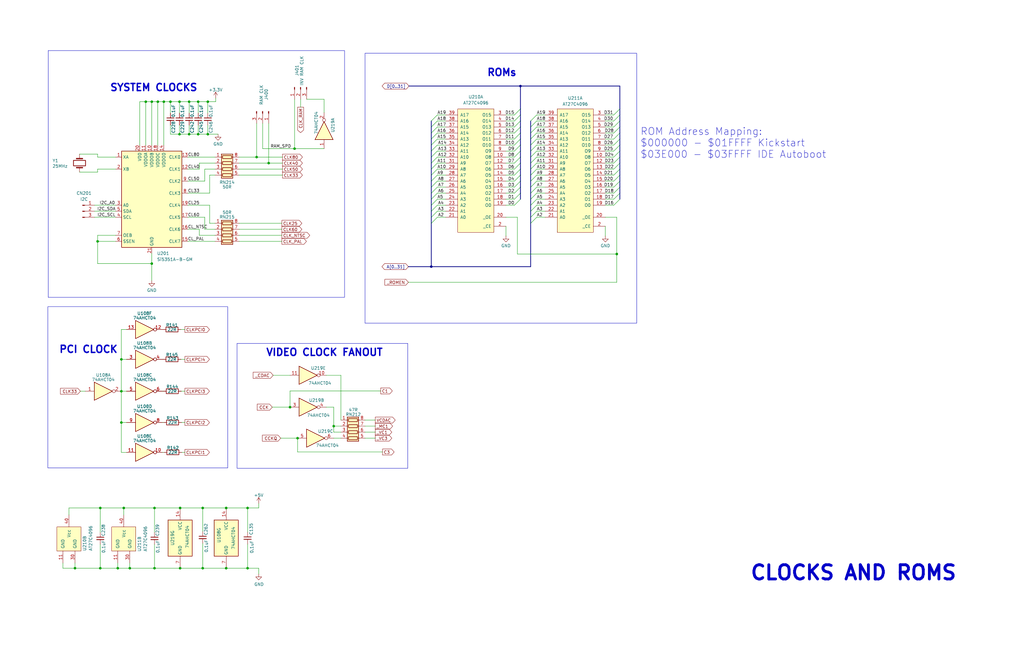
<source format=kicad_sch>
(kicad_sch (version 20230121) (generator eeschema)
  (paper "B")
  (title_block (title "AMIGA PCI") (date "2024-01-06") (rev "1.0"))
  (lib_symbols
    (symbol "74xx:74LS04"
      (property "Reference" "U" (at 0 1.27 0))
      (property "Value" "74LS04" (at 0 -1.27 0))
      (symbol "74LS04_1_0"
        (pin input line (at -7.62 0 0) (length 3.81) (name "~") (number "1"))
        (pin output inverted (at 7.62 0 180) (length 3.81) (name "~") (number "2"))
      )
      (symbol "74LS04_2_0"
        (pin input line (at -7.62 0 0) (length 3.81) (name "~") (number "3"))
        (pin output inverted (at 7.62 0 180) (length 3.81) (name "~") (number "4"))
      )
      (symbol "74LS04_3_0"
        (pin input line (at -7.62 0 0) (length 3.81) (name "~") (number "5"))
        (pin output inverted (at 7.62 0 180) (length 3.81) (name "~") (number "6"))
      )
      (symbol "74LS04_4_0"
        (pin output inverted (at 7.62 0 180) (length 3.81) (name "~") (number "8"))
        (pin input line (at -7.62 0 0) (length 3.81) (name "~") (number "9"))
      )
      (symbol "74LS04_5_0"
        (pin output inverted (at 7.62 0 180) (length 3.81) (name "~") (number "10"))
        (pin input line (at -7.62 0 0) (length 3.81) (name "~") (number "11"))
      )
      (symbol "74LS04_6_0"
        (pin output inverted (at 7.62 0 180) (length 3.81) (name "~") (number "12"))
        (pin input line (at -7.62 0 0) (length 3.81) (name "~") (number "13"))
      )
      (symbol "74LS04_7_0"
        (pin power_in line (at 0 12.7 270) (length 5.08) (name "VCC") (number "14"))
        (pin power_in line (at 0 -12.7 90) (length 5.08) (name "GND") (number "7"))
      )
    )
    (symbol "AmigaPCI-Symbols:AT27C4096" (pin_names (offset 1.016))
      (property "Reference" "U" (at 0 24.13 0))
      (property "Value" "AT27C4096" (at 0 21.59 0))
      (symbol "AT27C4096_1_1"
        (pin input line (at 12.7 0 180) (length 5.08) (name "O8") (number "10"))
        (pin input line (at 12.7 -2.54 180) (length 5.08) (name "O7") (number "12"))
        (pin input line (at 12.7 -5.08 180) (length 5.08) (name "O6") (number "13"))
        (pin input line (at 12.7 -7.62 180) (length 5.08) (name "O5") (number "14"))
        (pin input line (at 12.7 -10.16 180) (length 5.08) (name "O4") (number "15"))
        (pin input line (at 12.7 -12.7 180) (length 5.08) (name "O3") (number "16"))
        (pin input line (at 12.7 -15.24 180) (length 5.08) (name "O2") (number "17"))
        (pin input line (at 12.7 -17.78 180) (length 5.08) (name "O1") (number "18"))
        (pin input line (at 12.7 -20.32 180) (length 5.08) (name "O0") (number "19"))
        (pin input line (at 12.7 -29.21 180) (length 5.08) (name "_CE") (number "2"))
        (pin input line (at 12.7 -25.4 180) (length 5.08) (name "_OE") (number "20"))
        (pin input line (at -12.7 -25.4 0) (length 5.08) (name "A0") (number "21"))
        (pin input line (at -12.7 -22.86 0) (length 5.08) (name "A1") (number "22"))
        (pin input line (at -12.7 -20.32 0) (length 5.08) (name "A2") (number "23"))
        (pin input line (at -12.7 -17.78 0) (length 5.08) (name "A3") (number "24"))
        (pin input line (at -12.7 -15.24 0) (length 5.08) (name "A4") (number "25"))
        (pin input line (at -12.7 -12.7 0) (length 5.08) (name "A5") (number "26"))
        (pin input line (at -12.7 -10.16 0) (length 5.08) (name "A6") (number "27"))
        (pin input line (at -12.7 -7.62 0) (length 5.08) (name "A7") (number "28"))
        (pin input line (at -12.7 -5.08 0) (length 5.08) (name "A8") (number "29"))
        (pin input line (at 12.7 17.78 180) (length 5.08) (name "O15") (number "3"))
        (pin input line (at -12.7 -2.54 0) (length 5.08) (name "A9") (number "31"))
        (pin input line (at -12.7 0 0) (length 5.08) (name "A10") (number "32"))
        (pin input line (at -12.7 2.54 0) (length 5.08) (name "A11") (number "33"))
        (pin input line (at -12.7 5.08 0) (length 5.08) (name "A12") (number "34"))
        (pin input line (at -12.7 7.62 0) (length 5.08) (name "A13") (number "35"))
        (pin input line (at -12.7 10.16 0) (length 5.08) (name "A14") (number "36"))
        (pin input line (at -12.7 12.7 0) (length 5.08) (name "A15") (number "37"))
        (pin input line (at -12.7 15.24 0) (length 5.08) (name "A16") (number "38"))
        (pin input line (at -12.7 17.78 0) (length 5.08) (name "A17") (number "39"))
        (pin input line (at 12.7 15.24 180) (length 5.08) (name "O14") (number "4"))
        (pin input line (at 12.7 12.7 180) (length 5.08) (name "O13") (number "5"))
        (pin input line (at 12.7 10.16 180) (length 5.08) (name "O12") (number "6"))
        (pin input line (at 12.7 7.62 180) (length 5.08) (name "O11") (number "7"))
        (pin input line (at 12.7 5.08 180) (length 5.08) (name "O10") (number "8"))
        (pin input line (at 12.7 2.54 180) (length 5.08) (name "O9") (number "9"))
      )
      (symbol "AT27C4096_2_1"
        (pin power_in line (at -2.54 -10.16 90) (length 5.08) (name "GND") (number "11"))
        (pin power_in line (at 2.54 -10.16 90) (length 5.08) (name "GND") (number "30"))
        (pin power_in line (at 0 10.16 270) (length 5.08) (name "Vcc") (number "40"))
      )
    )
    (symbol "Connector:Conn_01x03_Pin" (pin_names (offset 1.016) hide)
      (property "Reference" "J" (at 0 5.08 0))
      (property "Value" "Conn_01x03_Pin" (at 0 -5.08 0))
      (symbol "Conn_01x03_Pin_1_1"
        (pin passive line (at 5.08 2.54 180) (length 3.81) (name "Pin_1") (number "1"))
        (pin passive line (at 5.08 0 180) (length 3.81) (name "Pin_2") (number "2"))
        (pin passive line (at 5.08 -2.54 180) (length 3.81) (name "Pin_3") (number "3"))
      )
    )
    (symbol "Device:C_Small" (pin_numbers hide) (pin_names (offset 0.254) hide)
      (property "Reference" "C" (at 0.254 1.778 0))
      (property "Value" "C_Small" (at 0.254 -2.032 0))
      (symbol "C_Small_1_1"
        (pin passive line (at 0 2.54 270) (length 2.032) (name "~") (number "1"))
        (pin passive line (at 0 -2.54 90) (length 2.032) (name "~") (number "2"))
      )
    )
    (symbol "Device:Crystal" (pin_numbers hide) (pin_names (offset 1.016) hide)
      (property "Reference" "Y" (at 0 3.81 0))
      (property "Value" "Crystal" (at 0 -3.81 0))
      (symbol "Crystal_1_1"
        (pin passive line (at -3.81 0 0) (length 1.27) (name "1") (number "1"))
        (pin passive line (at 3.81 0 180) (length 1.27) (name "2") (number "2"))
      )
    )
    (symbol "Device:R" (pin_numbers hide) (pin_names (offset 0))
      (property "Reference" "R" (at 2.032 0 90))
      (property "Value" "R" (at 0 0 90))
      (symbol "R_1_1"
        (pin passive line (at 0 3.81 270) (length 1.27) (name "~") (number "1"))
        (pin passive line (at 0 -3.81 90) (length 1.27) (name "~") (number "2"))
      )
    )
    (symbol "Device:R_Pack04" (pin_names (offset 0) hide)
      (property "Reference" "RN" (at -7.62 0 90))
      (property "Value" "R_Pack04" (at 5.08 0 90))
      (symbol "R_Pack04_1_1"
        (pin passive line (at -5.08 -5.08 90) (length 2.54) (name "R1.1") (number "1"))
        (pin passive line (at -2.54 -5.08 90) (length 2.54) (name "R2.1") (number "2"))
        (pin passive line (at 0 -5.08 90) (length 2.54) (name "R3.1") (number "3"))
        (pin passive line (at 2.54 -5.08 90) (length 2.54) (name "R4.1") (number "4"))
        (pin passive line (at 2.54 5.08 270) (length 2.54) (name "R4.2") (number "5"))
        (pin passive line (at 0 5.08 270) (length 2.54) (name "R3.2") (number "6"))
        (pin passive line (at -2.54 5.08 270) (length 2.54) (name "R2.2") (number "7"))
        (pin passive line (at -5.08 5.08 270) (length 2.54) (name "R1.2") (number "8"))
      )
    )
    (symbol "Oscillator:Si5351A-B-GM"
      (property "Reference" "U" (at -12.7 21.59 0))
      (property "Value" "Si5351A-B-GM" (at -13.97 -22.86 0))
      (symbol "Si5351A-B-GM_1_1"
        (pin input line (at -15.24 17.78 0) (length 2.54) (name "XA") (number "1"))
        (pin power_in line (at 0 22.86 270) (length 2.54) (name "VDDOB") (number "10"))
        (pin power_in line (at -2.54 22.86 270) (length 2.54) (name "VDDOA") (number "11"))
        (pin output line (at 15.24 12.7 180) (length 2.54) (name "CLK1") (number "12"))
        (pin output line (at 15.24 17.78 180) (length 2.54) (name "CLK0") (number "13"))
        (pin power_in line (at 5.08 22.86 270) (length 2.54) (name "VDDOD") (number "14"))
        (pin output line (at 15.24 -17.78 180) (length 2.54) (name "CLK7") (number "15"))
        (pin output line (at 15.24 -12.7 180) (length 2.54) (name "CLK6") (number "16"))
        (pin output line (at 15.24 -7.62 180) (length 2.54) (name "CLK5") (number "17"))
        (pin power_in line (at 2.54 22.86 270) (length 2.54) (name "VDDOC") (number "18"))
        (pin output line (at 15.24 -2.54 180) (length 2.54) (name "CLK4") (number "19"))
        (pin input line (at -15.24 12.7 0) (length 2.54) (name "XB") (number "2"))
        (pin power_in line (at -5.08 22.86 270) (length 2.54) (name "VDD") (number "20"))
        (pin power_in line (at 0 -22.86 90) (length 2.54) (name "GND") (number "21"))
        (pin input line (at -15.24 -2.54 0) (length 2.54) (name "A0") (number "3"))
        (pin input line (at -15.24 -7.62 0) (length 2.54) (name "SCL") (number "4"))
        (pin bidirectional line (at -15.24 -5.08 0) (length 2.54) (name "SDA") (number "5"))
        (pin input line (at -15.24 -17.78 0) (length 2.54) (name "SSEN") (number "6"))
        (pin input line (at -15.24 -15.24 0) (length 2.54) (name "OEB") (number "7"))
        (pin output line (at 15.24 2.54 180) (length 2.54) (name "CLK3") (number "8"))
        (pin output line (at 15.24 7.62 180) (length 2.54) (name "CLK2") (number "9"))
      )
    )
    (symbol "power:+3.3V" (power) (pin_names (offset 0))
      (property "Value" "+3.3V" (at 0 3.556 0))
      (symbol "+3.3V_1_1"
        (pin power_in line (at 0 0 90) (length 0) hide (name "+3.3V") (number "1"))
      )
    )
    (symbol "power:+5V" (power) (pin_names (offset 0))
      (property "Value" "+5V" (at 0 3.556 0))
      (symbol "+5V_1_1"
        (pin power_in line (at 0 0 90) (length 0) hide (name "+5V") (number "1"))
      )
    )
    (symbol "power:GND" (power) (pin_names (offset 0))
      (property "Value" "GND" (at 0 -3.81 0))
      (symbol "GND_1_1"
        (pin power_in line (at 0 0 270) (length 0) hide (name "GND") (number "1"))
      )
    )
  )
  (junction (at 69.088 42.926))
  (junction (at 83.566 42.926))
  (junction (at 61.468 42.926))
  (junction (at 95.377 214.376))
  (junction (at 75.692 42.926))
  (junction (at 65.151 214.376))
  (junction (at 31.623 239.776))
  (junction (at 71.882 42.926))
  (junction (at 125.476 184.912))
  (junction (at 42.291 239.776))
  (junction (at 87.63 42.926))
  (junction (at 260.096 107.188))
  (junction (at 181.864 112.522))
  (junction (at 104.394 239.776))
  (junction (at 75.946 214.376))
  (junction (at 95.377 239.776))
  (junction (at 66.548 42.926))
  (junction (at 79.756 42.926))
  (junction (at 85.471 214.376))
  (junction (at 51.181 165.1))
  (junction (at 75.692 56.642))
  (junction (at 79.756 56.642))
  (junction (at 83.566 56.642))
  (junction (at 108.204 66.294))
  (junction (at 87.63 56.642))
  (junction (at 85.471 239.776))
  (junction (at 51.181 151.638))
  (junction (at 49.657 239.776))
  (junction (at 122.301 171.831))
  (junction (at 65.151 239.776))
  (junction (at 42.291 214.376))
  (junction (at 219.456 36.322))
  (junction (at 64.008 42.926))
  (junction (at 113.284 68.834))
  (junction (at 104.394 214.376))
  (junction (at 52.197 214.376))
  (junction (at 51.181 178.308))
  (junction (at 54.737 239.776))
  (junction (at 140.716 179.832))
  (junction (at 41.148 101.854))
  (junction (at 124.206 62.738))
  (junction (at 64.008 111.252))
  (junction (at 75.946 239.776))
  (bus_entry (at 216.916 66.294) (size 2.54 -2.54))
  (bus_entry (at 226.314 86.614) (size -2.54 2.54))
  (bus_entry (at 258.826 81.534) (size 2.54 -2.54))
  (bus_entry (at 226.314 66.294) (size -2.54 2.54))
  (bus_entry (at 216.916 68.834) (size 2.54 -2.54))
  (bus_entry (at 216.916 76.454) (size 2.54 -2.54))
  (bus_entry (at 184.404 78.994) (size -2.54 2.54))
  (bus_entry (at 226.314 78.994) (size -2.54 2.54))
  (bus_entry (at 184.404 76.454) (size -2.54 2.54))
  (bus_entry (at 184.404 86.614) (size -2.54 2.54))
  (bus_entry (at 216.916 53.594) (size 2.54 -2.54))
  (bus_entry (at 226.314 68.834) (size -2.54 2.54))
  (bus_entry (at 258.826 76.454) (size 2.54 -2.54))
  (bus_entry (at 184.404 56.134) (size -2.54 2.54))
  (bus_entry (at 226.314 58.674) (size -2.54 2.54))
  (bus_entry (at 216.916 58.674) (size 2.54 -2.54))
  (bus_entry (at 226.314 61.214) (size -2.54 2.54))
  (bus_entry (at 226.314 84.074) (size -2.54 2.54))
  (bus_entry (at 226.314 73.914) (size -2.54 2.54))
  (bus_entry (at 258.826 78.994) (size 2.54 -2.54))
  (bus_entry (at 184.404 63.754) (size -2.54 2.54))
  (bus_entry (at 216.916 56.134) (size 2.54 -2.54))
  (bus_entry (at 184.404 66.294) (size -2.54 2.54))
  (bus_entry (at 258.826 51.054) (size 2.54 -2.54))
  (bus_entry (at 184.404 84.074) (size -2.54 2.54))
  (bus_entry (at 216.916 78.994) (size 2.54 -2.54))
  (bus_entry (at 184.404 48.514) (size -2.54 2.54))
  (bus_entry (at 226.314 91.694) (size -2.54 2.54))
  (bus_entry (at 184.404 53.594) (size -2.54 2.54))
  (bus_entry (at 226.314 51.054) (size -2.54 2.54))
  (bus_entry (at 216.916 51.054) (size 2.54 -2.54))
  (bus_entry (at 216.916 84.074) (size 2.54 -2.54))
  (bus_entry (at 184.404 91.694) (size -2.54 2.54))
  (bus_entry (at 258.826 84.074) (size 2.54 -2.54))
  (bus_entry (at 184.404 68.834) (size -2.54 2.54))
  (bus_entry (at 258.826 58.674) (size 2.54 -2.54))
  (bus_entry (at 184.404 81.534) (size -2.54 2.54))
  (bus_entry (at 258.826 61.214) (size 2.54 -2.54))
  (bus_entry (at 226.314 63.754) (size -2.54 2.54))
  (bus_entry (at 226.314 89.154) (size -2.54 2.54))
  (bus_entry (at 216.916 48.514) (size 2.54 -2.54))
  (bus_entry (at 216.916 63.754) (size 2.54 -2.54))
  (bus_entry (at 258.826 86.614) (size 2.54 -2.54))
  (bus_entry (at 226.314 53.594) (size -2.54 2.54))
  (bus_entry (at 258.826 68.834) (size 2.54 -2.54))
  (bus_entry (at 258.826 56.134) (size 2.54 -2.54))
  (bus_entry (at 226.314 48.514) (size -2.54 2.54))
  (bus_entry (at 184.404 61.214) (size -2.54 2.54))
  (bus_entry (at 184.404 73.914) (size -2.54 2.54))
  (bus_entry (at 216.916 61.214) (size 2.54 -2.54))
  (bus_entry (at 184.404 51.054) (size -2.54 2.54))
  (bus_entry (at 226.314 76.454) (size -2.54 2.54))
  (bus_entry (at 184.404 58.674) (size -2.54 2.54))
  (bus_entry (at 258.826 66.294) (size 2.54 -2.54))
  (bus_entry (at 184.404 89.154) (size -2.54 2.54))
  (bus_entry (at 258.826 71.374) (size 2.54 -2.54))
  (bus_entry (at 258.826 63.754) (size 2.54 -2.54))
  (bus_entry (at 226.314 56.134) (size -2.54 2.54))
  (bus_entry (at 226.314 81.534) (size -2.54 2.54))
  (bus_entry (at 258.826 53.594) (size 2.54 -2.54))
  (bus_entry (at 216.916 71.374) (size 2.54 -2.54))
  (bus_entry (at 226.314 71.374) (size -2.54 2.54))
  (bus_entry (at 258.826 73.914) (size 2.54 -2.54))
  (bus_entry (at 184.404 71.374) (size -2.54 2.54))
  (bus_entry (at 216.916 73.914) (size 2.54 -2.54))
  (bus_entry (at 258.826 48.514) (size 2.54 -2.54))
  (bus_entry (at 216.916 86.614) (size 2.54 -2.54))
  (bus_entry (at 216.916 81.534) (size 2.54 -2.54))
  (bus (pts (xy 181.864 63.754) (xy 181.864 66.294)))
  (bus (pts (xy 219.456 36.322) (xy 261.366 36.322)))
  (wire (pts (xy 85.471 224.282) (xy 85.471 214.376)))
  (wire (pts (xy 64.008 42.926) (xy 64.008 61.214)))
  (wire (pts (xy 54.737 237.617) (xy 54.737 239.776)))
  (wire (pts (xy 85.471 239.776) (xy 95.377 239.776)))
  (wire (pts (xy 143.764 179.832) (xy 140.716 179.832)))
  (wire (pts (xy 76.327 139.065) (xy 77.978 139.065)))
  (wire (pts (xy 122.301 164.973) (xy 160.528 164.973)))
  (wire (pts (xy 100.838 96.774) (xy 118.872 96.774)))
  (wire (pts (xy 41.148 101.854) (xy 48.768 101.854)))
  (wire (pts (xy 41.148 71.374) (xy 41.148 72.644)))
  (bus (pts (xy 181.864 56.134) (xy 181.864 58.674)))
  (bus (pts (xy 223.774 68.834) (xy 223.774 71.374)))
  (bus (pts (xy 172.212 112.522) (xy 181.864 112.522)))
  (wire (pts (xy 64.008 111.252) (xy 41.148 111.252)))
  (wire (pts (xy 65.151 214.376) (xy 75.946 214.376)))
  (wire (pts (xy 229.87 91.694) (xy 226.314 91.694)))
  (wire (pts (xy 255.27 61.214) (xy 258.826 61.214)))
  (wire (pts (xy 41.148 66.294) (xy 41.148 65.024)))
  (wire (pts (xy 229.87 68.834) (xy 226.314 68.834)))
  (bus (pts (xy 219.456 58.674) (xy 219.456 61.214)))
  (wire (pts (xy 140.716 179.832) (xy 140.716 182.372)))
  (wire (pts (xy 69.088 42.926) (xy 69.088 61.214)))
  (wire (pts (xy 53.34 190.881) (xy 51.181 190.881)))
  (wire (pts (xy 126.746 41.91) (xy 126.746 45.212)))
  (wire (pts (xy 29.083 214.376) (xy 42.291 214.376)))
  (wire (pts (xy 153.924 179.832) (xy 158.242 179.832)))
  (bus (pts (xy 181.864 112.522) (xy 223.774 112.522)))
  (wire (pts (xy 61.468 42.926) (xy 64.008 42.926)))
  (bus (pts (xy 261.366 58.674) (xy 261.366 61.214)))
  (wire (pts (xy 187.96 56.134) (xy 184.404 56.134)))
  (wire (pts (xy 65.151 229.743) (xy 65.151 239.776)))
  (wire (pts (xy 75.692 47.752) (xy 75.692 42.926)))
  (wire (pts (xy 255.27 58.674) (xy 258.826 58.674)))
  (wire (pts (xy 75.946 214.376) (xy 85.471 214.376)))
  (bus (pts (xy 181.864 94.234) (xy 181.864 112.522)))
  (wire (pts (xy 76.708 190.881) (xy 77.978 190.881)))
  (wire (pts (xy 79.248 66.294) (xy 90.678 66.294)))
  (wire (pts (xy 53.34 139.065) (xy 51.181 139.065)))
  (bus (pts (xy 181.864 73.914) (xy 181.864 76.454)))
  (wire (pts (xy 79.756 56.642) (xy 83.566 56.642)))
  (wire (pts (xy 213.36 66.294) (xy 216.916 66.294)))
  (wire (pts (xy 213.36 81.534) (xy 216.916 81.534)))
  (wire (pts (xy 39.878 91.694) (xy 48.768 91.694)))
  (bus (pts (xy 181.864 86.614) (xy 181.864 89.154)))
  (wire (pts (xy 84.074 71.374) (xy 79.248 71.374)))
  (wire (pts (xy 79.248 86.614) (xy 88.392 86.614)))
  (bus (pts (xy 223.774 53.594) (xy 223.774 56.134)))
  (wire (pts (xy 104.394 214.376) (xy 109.093 214.376)))
  (bus (pts (xy 261.366 71.374) (xy 261.366 73.914)))
  (wire (pts (xy 79.248 91.694) (xy 86.36 91.694)))
  (wire (pts (xy 229.87 51.054) (xy 226.314 51.054)))
  (bus (pts (xy 261.366 81.534) (xy 261.366 84.074)))
  (wire (pts (xy 68.58 190.881) (xy 69.088 190.881)))
  (wire (pts (xy 255.27 56.134) (xy 258.826 56.134)))
  (wire (pts (xy 49.657 239.776) (xy 54.737 239.776)))
  (bus (pts (xy 261.366 68.834) (xy 261.366 71.374)))
  (bus (pts (xy 261.366 76.454) (xy 261.366 78.994)))
  (wire (pts (xy 68.58 139.065) (xy 68.707 139.065)))
  (wire (pts (xy 90.678 71.374) (xy 86.36 71.374)))
  (wire (pts (xy 83.566 42.926) (xy 83.566 47.752)))
  (wire (pts (xy 213.36 53.594) (xy 216.916 53.594)))
  (wire (pts (xy 255.27 71.374) (xy 258.826 71.374)))
  (wire (pts (xy 213.36 68.834) (xy 216.916 68.834)))
  (wire (pts (xy 48.768 66.294) (xy 41.148 66.294)))
  (wire (pts (xy 255.27 76.454) (xy 258.826 76.454)))
  (wire (pts (xy 68.58 165.1) (xy 68.834 165.1)))
  (wire (pts (xy 65.151 214.376) (xy 65.151 224.663)))
  (wire (pts (xy 118.364 184.912) (xy 125.476 184.912)))
  (wire (pts (xy 122.301 171.831) (xy 122.301 164.973)))
  (wire (pts (xy 229.87 63.754) (xy 226.314 63.754)))
  (wire (pts (xy 41.148 99.314) (xy 48.768 99.314)))
  (wire (pts (xy 84.074 68.834) (xy 90.678 68.834)))
  (wire (pts (xy 86.36 96.774) (xy 86.36 91.694)))
  (wire (pts (xy 213.36 76.454) (xy 216.916 76.454)))
  (wire (pts (xy 110.744 62.738) (xy 124.206 62.738)))
  (wire (pts (xy 68.58 178.308) (xy 68.961 178.308)))
  (wire (pts (xy 100.838 66.294) (xy 108.204 66.294)))
  (wire (pts (xy 229.87 61.214) (xy 226.314 61.214)))
  (wire (pts (xy 115.189 158.369) (xy 122.301 158.369)))
  (wire (pts (xy 260.096 107.188) (xy 260.096 91.694)))
  (bus (pts (xy 261.366 66.294) (xy 261.366 68.834)))
  (wire (pts (xy 213.36 63.754) (xy 216.916 63.754)))
  (wire (pts (xy 52.197 214.376) (xy 65.151 214.376)))
  (bus (pts (xy 223.774 63.754) (xy 223.774 66.294)))
  (bus (pts (xy 181.864 53.594) (xy 181.864 56.134)))
  (wire (pts (xy 71.882 52.832) (xy 71.882 56.642)))
  (wire (pts (xy 71.882 42.926) (xy 75.692 42.926)))
  (bus (pts (xy 261.366 51.054) (xy 261.366 53.594)))
  (wire (pts (xy 68.58 151.638) (xy 68.707 151.638)))
  (wire (pts (xy 153.924 177.292) (xy 158.242 177.292)))
  (wire (pts (xy 187.96 91.694) (xy 184.404 91.694)))
  (bus (pts (xy 223.774 78.994) (xy 223.774 81.534)))
  (wire (pts (xy 76.581 178.308) (xy 77.978 178.308)))
  (wire (pts (xy 48.768 71.374) (xy 41.148 71.374)))
  (wire (pts (xy 229.87 66.294) (xy 226.314 66.294)))
  (wire (pts (xy 113.284 68.834) (xy 119.126 68.834)))
  (wire (pts (xy 213.36 95.504) (xy 213.36 99.568)))
  (wire (pts (xy 66.548 42.926) (xy 66.548 61.214)))
  (wire (pts (xy 104.394 229.616) (xy 104.394 239.776)))
  (bus (pts (xy 172.466 36.322) (xy 219.456 36.322)))
  (wire (pts (xy 79.248 101.854) (xy 90.678 101.854)))
  (wire (pts (xy 213.36 86.614) (xy 216.916 86.614)))
  (wire (pts (xy 255.27 48.514) (xy 258.826 48.514)))
  (wire (pts (xy 255.27 91.694) (xy 260.096 91.694)))
  (wire (pts (xy 109.093 239.776) (xy 109.093 242.189)))
  (wire (pts (xy 42.291 239.776) (xy 49.657 239.776)))
  (wire (pts (xy 213.36 51.054) (xy 216.916 51.054)))
  (wire (pts (xy 85.471 229.362) (xy 85.471 239.776)))
  (wire (pts (xy 75.692 42.926) (xy 79.756 42.926)))
  (wire (pts (xy 255.27 81.534) (xy 258.826 81.534)))
  (wire (pts (xy 213.36 48.514) (xy 216.916 48.514)))
  (bus (pts (xy 219.456 66.294) (xy 219.456 68.834)))
  (wire (pts (xy 229.87 78.994) (xy 226.314 78.994)))
  (wire (pts (xy 51.181 190.881) (xy 51.181 178.308)))
  (wire (pts (xy 213.36 84.074) (xy 216.916 84.074)))
  (wire (pts (xy 51.181 178.308) (xy 51.181 165.1)))
  (wire (pts (xy 229.87 71.374) (xy 226.314 71.374)))
  (wire (pts (xy 124.206 41.91) (xy 124.206 62.738)))
  (wire (pts (xy 255.27 53.594) (xy 258.826 53.594)))
  (wire (pts (xy 229.87 56.134) (xy 226.314 56.134)))
  (wire (pts (xy 137.541 158.369) (xy 143.764 158.369)))
  (wire (pts (xy 187.96 71.374) (xy 184.404 71.374)))
  (wire (pts (xy 33.909 165.1) (xy 35.941 165.1)))
  (bus (pts (xy 219.456 53.594) (xy 219.456 56.134)))
  (wire (pts (xy 187.96 63.754) (xy 184.404 63.754)))
  (wire (pts (xy 79.756 52.832) (xy 79.756 56.642)))
  (bus (pts (xy 181.864 81.534) (xy 181.864 84.074)))
  (bus (pts (xy 261.366 56.134) (xy 261.366 58.674)))
  (bus (pts (xy 181.864 58.674) (xy 181.864 61.214)))
  (wire (pts (xy 26.543 239.776) (xy 31.623 239.776)))
  (wire (pts (xy 140.716 179.832) (xy 140.716 171.831)))
  (bus (pts (xy 181.864 51.054) (xy 181.864 53.594)))
  (wire (pts (xy 136.652 41.91) (xy 129.286 41.91)))
  (wire (pts (xy 100.838 94.234) (xy 118.872 94.234)))
  (wire (pts (xy 79.756 42.926) (xy 83.566 42.926)))
  (wire (pts (xy 213.36 61.214) (xy 216.916 61.214)))
  (wire (pts (xy 87.63 56.642) (xy 91.948 56.642)))
  (wire (pts (xy 52.197 214.376) (xy 52.197 217.297)))
  (wire (pts (xy 100.838 101.854) (xy 118.872 101.854)))
  (wire (pts (xy 187.96 61.214) (xy 184.404 61.214)))
  (bus (pts (xy 223.774 56.134) (xy 223.774 58.674)))
  (wire (pts (xy 84.074 99.314) (xy 90.678 99.314)))
  (wire (pts (xy 84.074 68.834) (xy 84.074 71.374)))
  (wire (pts (xy 213.36 71.374) (xy 216.916 71.374)))
  (bus (pts (xy 219.456 51.054) (xy 219.456 53.594)))
  (wire (pts (xy 229.87 58.674) (xy 226.314 58.674)))
  (wire (pts (xy 69.088 42.926) (xy 71.882 42.926)))
  (wire (pts (xy 187.96 89.154) (xy 184.404 89.154)))
  (bus (pts (xy 223.774 94.234) (xy 223.774 112.522)))
  (wire (pts (xy 136.652 47.498) (xy 136.652 41.91)))
  (wire (pts (xy 86.36 71.374) (xy 86.36 76.454)))
  (wire (pts (xy 110.744 52.07) (xy 110.744 62.738)))
  (bus (pts (xy 261.366 73.914) (xy 261.366 76.454)))
  (wire (pts (xy 229.87 89.154) (xy 226.314 89.154)))
  (bus (pts (xy 223.774 71.374) (xy 223.774 73.914)))
  (wire (pts (xy 187.96 73.914) (xy 184.404 73.914)))
  (wire (pts (xy 213.36 58.674) (xy 216.916 58.674)))
  (wire (pts (xy 255.27 78.994) (xy 258.826 78.994)))
  (wire (pts (xy 64.008 111.252) (xy 64.008 118.364)))
  (wire (pts (xy 79.248 76.454) (xy 86.36 76.454)))
  (wire (pts (xy 84.074 99.314) (xy 84.074 96.774)))
  (wire (pts (xy 255.27 86.614) (xy 258.826 86.614)))
  (wire (pts (xy 113.284 52.07) (xy 113.284 68.834)))
  (bus (pts (xy 181.864 61.214) (xy 181.864 63.754)))
  (wire (pts (xy 71.882 56.642) (xy 75.692 56.642)))
  (wire (pts (xy 83.566 56.642) (xy 87.63 56.642)))
  (bus (pts (xy 181.864 68.834) (xy 181.864 71.374)))
  (wire (pts (xy 65.151 239.776) (xy 75.946 239.776)))
  (wire (pts (xy 88.392 94.234) (xy 88.392 86.614)))
  (bus (pts (xy 181.864 71.374) (xy 181.864 73.914)))
  (bus (pts (xy 219.456 76.454) (xy 219.456 78.994)))
  (bus (pts (xy 219.456 56.134) (xy 219.456 58.674)))
  (wire (pts (xy 229.87 53.594) (xy 226.314 53.594)))
  (bus (pts (xy 181.864 89.154) (xy 181.864 91.694)))
  (bus (pts (xy 181.864 84.074) (xy 181.864 86.614)))
  (wire (pts (xy 64.008 106.934) (xy 64.008 111.252)))
  (bus (pts (xy 181.864 91.694) (xy 181.864 94.234)))
  (bus (pts (xy 219.456 61.214) (xy 219.456 63.754)))
  (wire (pts (xy 229.87 86.614) (xy 226.314 86.614)))
  (wire (pts (xy 187.96 58.674) (xy 184.404 58.674)))
  (wire (pts (xy 58.928 42.926) (xy 58.928 61.214)))
  (bus (pts (xy 219.456 36.322) (xy 219.456 45.974)))
  (bus (pts (xy 181.864 76.454) (xy 181.864 78.994)))
  (bus (pts (xy 223.774 66.294) (xy 223.774 68.834)))
  (wire (pts (xy 100.838 73.914) (xy 119.126 73.914)))
  (bus (pts (xy 219.456 45.974) (xy 219.456 48.514)))
  (wire (pts (xy 104.394 214.376) (xy 104.394 224.536)))
  (wire (pts (xy 255.27 66.294) (xy 258.826 66.294)))
  (wire (pts (xy 125.476 190.754) (xy 125.476 184.912)))
  (bus (pts (xy 261.366 53.594) (xy 261.366 56.134)))
  (wire (pts (xy 41.148 65.024) (xy 33.528 65.024)))
  (wire (pts (xy 66.548 42.926) (xy 69.088 42.926)))
  (wire (pts (xy 153.924 184.912) (xy 158.242 184.912)))
  (bus (pts (xy 219.456 63.754) (xy 219.456 66.294)))
  (bus (pts (xy 223.774 61.214) (xy 223.774 63.754)))
  (wire (pts (xy 218.186 107.188) (xy 260.096 107.188)))
  (wire (pts (xy 95.377 239.776) (xy 104.394 239.776)))
  (wire (pts (xy 213.36 56.134) (xy 216.916 56.134)))
  (wire (pts (xy 100.838 99.314) (xy 118.872 99.314)))
  (bus (pts (xy 261.366 45.974) (xy 261.366 36.322)))
  (wire (pts (xy 90.678 73.914) (xy 88.392 73.914)))
  (wire (pts (xy 255.27 68.834) (xy 258.826 68.834)))
  (wire (pts (xy 137.541 171.831) (xy 140.716 171.831)))
  (bus (pts (xy 223.774 73.914) (xy 223.774 76.454)))
  (wire (pts (xy 51.181 151.638) (xy 51.181 165.1)))
  (wire (pts (xy 260.096 119.126) (xy 172.212 119.126)))
  (wire (pts (xy 75.692 52.832) (xy 75.692 56.642)))
  (wire (pts (xy 42.291 214.376) (xy 42.291 224.663)))
  (wire (pts (xy 187.96 66.294) (xy 184.404 66.294)))
  (wire (pts (xy 229.87 84.074) (xy 226.314 84.074)))
  (bus (pts (xy 261.366 48.514) (xy 261.366 51.054)))
  (wire (pts (xy 229.87 76.454) (xy 226.314 76.454)))
  (wire (pts (xy 41.148 72.644) (xy 33.528 72.644)))
  (wire (pts (xy 51.181 165.1) (xy 53.34 165.1)))
  (wire (pts (xy 39.878 89.154) (xy 48.768 89.154)))
  (wire (pts (xy 54.737 239.776) (xy 65.151 239.776)))
  (wire (pts (xy 229.87 48.514) (xy 226.314 48.514)))
  (wire (pts (xy 39.878 86.614) (xy 48.768 86.614)))
  (wire (pts (xy 95.377 214.376) (xy 104.394 214.376)))
  (wire (pts (xy 114.808 171.831) (xy 122.301 171.831)))
  (wire (pts (xy 29.083 214.376) (xy 29.083 217.297)))
  (wire (pts (xy 75.692 56.642) (xy 79.756 56.642)))
  (wire (pts (xy 83.566 42.926) (xy 87.63 42.926)))
  (wire (pts (xy 100.838 71.374) (xy 119.126 71.374)))
  (wire (pts (xy 153.924 182.372) (xy 158.242 182.372)))
  (wire (pts (xy 49.657 237.617) (xy 49.657 239.776)))
  (wire (pts (xy 90.678 96.774) (xy 86.36 96.774)))
  (wire (pts (xy 64.008 42.926) (xy 66.548 42.926)))
  (bus (pts (xy 223.774 76.454) (xy 223.774 78.994)))
  (bus (pts (xy 223.774 89.154) (xy 223.774 91.694)))
  (wire (pts (xy 51.181 139.065) (xy 51.181 151.638)))
  (bus (pts (xy 223.774 91.694) (xy 223.774 94.234)))
  (wire (pts (xy 260.096 119.126) (xy 260.096 107.188)))
  (wire (pts (xy 229.87 73.914) (xy 226.314 73.914)))
  (wire (pts (xy 90.932 42.926) (xy 90.932 41.402)))
  (bus (pts (xy 181.864 66.294) (xy 181.864 68.834)))
  (bus (pts (xy 261.366 61.214) (xy 261.366 63.754)))
  (bus (pts (xy 219.456 73.914) (xy 219.456 76.454)))
  (wire (pts (xy 213.36 78.994) (xy 216.916 78.994)))
  (wire (pts (xy 41.148 101.854) (xy 41.148 99.314)))
  (wire (pts (xy 87.63 52.832) (xy 87.63 56.642)))
  (wire (pts (xy 85.471 214.376) (xy 95.377 214.376)))
  (wire (pts (xy 187.96 78.994) (xy 184.404 78.994)))
  (bus (pts (xy 223.774 86.614) (xy 223.774 89.154)))
  (wire (pts (xy 143.764 158.369) (xy 143.764 177.292)))
  (bus (pts (xy 261.366 78.994) (xy 261.366 81.534)))
  (wire (pts (xy 124.206 62.738) (xy 136.652 62.738)))
  (wire (pts (xy 108.204 66.294) (xy 119.126 66.294)))
  (wire (pts (xy 26.543 237.617) (xy 26.543 239.776)))
  (wire (pts (xy 109.093 212.471) (xy 109.093 214.376)))
  (wire (pts (xy 100.838 68.834) (xy 113.284 68.834)))
  (wire (pts (xy 187.96 86.614) (xy 184.404 86.614)))
  (wire (pts (xy 79.248 81.534) (xy 88.392 81.534)))
  (wire (pts (xy 108.204 52.07) (xy 108.204 66.294)))
  (wire (pts (xy 255.27 63.754) (xy 258.826 63.754)))
  (wire (pts (xy 140.716 182.372) (xy 143.764 182.372)))
  (bus (pts (xy 219.456 48.514) (xy 219.456 51.054)))
  (bus (pts (xy 223.774 58.674) (xy 223.774 61.214)))
  (bus (pts (xy 219.456 81.534) (xy 219.456 84.074)))
  (wire (pts (xy 76.454 165.1) (xy 77.978 165.1)))
  (wire (pts (xy 88.392 73.914) (xy 88.392 81.534)))
  (wire (pts (xy 79.756 42.926) (xy 79.756 47.752)))
  (wire (pts (xy 84.074 96.774) (xy 79.248 96.774)))
  (wire (pts (xy 83.566 52.832) (xy 83.566 56.642)))
  (wire (pts (xy 87.63 42.926) (xy 87.63 47.752)))
  (wire (pts (xy 255.27 84.074) (xy 258.826 84.074)))
  (bus (pts (xy 223.774 51.054) (xy 223.774 53.594)))
  (wire (pts (xy 85.471 239.776) (xy 75.946 239.776)))
  (wire (pts (xy 143.764 184.912) (xy 140.716 184.912)))
  (wire (pts (xy 58.928 42.926) (xy 61.468 42.926)))
  (wire (pts (xy 255.27 51.054) (xy 258.826 51.054)))
  (wire (pts (xy 218.186 91.694) (xy 218.186 107.188)))
  (wire (pts (xy 213.36 91.694) (xy 218.186 91.694)))
  (wire (pts (xy 42.291 214.376) (xy 52.197 214.376)))
  (wire (pts (xy 76.327 151.638) (xy 77.978 151.638)))
  (wire (pts (xy 187.96 68.834) (xy 184.404 68.834)))
  (bus (pts (xy 219.456 78.994) (xy 219.456 81.534)))
  (bus (pts (xy 261.366 45.974) (xy 261.366 48.514)))
  (wire (pts (xy 187.96 81.534) (xy 184.404 81.534)))
  (wire (pts (xy 31.623 239.776) (xy 42.291 239.776)))
  (wire (pts (xy 255.27 73.914) (xy 258.826 73.914)))
  (wire (pts (xy 51.181 178.308) (xy 53.34 178.308)))
  (wire (pts (xy 90.678 94.234) (xy 88.392 94.234)))
  (wire (pts (xy 229.87 81.534) (xy 226.314 81.534)))
  (bus (pts (xy 219.456 71.374) (xy 219.456 73.914)))
  (wire (pts (xy 41.148 111.252) (xy 41.148 101.854)))
  (wire (pts (xy 42.291 229.743) (xy 42.291 239.776)))
  (wire (pts (xy 51.181 151.638) (xy 53.34 151.638)))
  (bus (pts (xy 181.864 78.994) (xy 181.864 81.534)))
  (bus (pts (xy 261.366 63.754) (xy 261.366 66.294)))
  (wire (pts (xy 31.623 237.617) (xy 31.623 239.776)))
  (wire (pts (xy 104.394 239.776) (xy 109.093 239.776)))
  (wire (pts (xy 87.63 42.926) (xy 90.932 42.926)))
  (wire (pts (xy 187.96 53.594) (xy 184.404 53.594)))
  (wire (pts (xy 125.476 190.754) (xy 161.29 190.754)))
  (wire (pts (xy 71.882 47.752) (xy 71.882 42.926)))
  (bus (pts (xy 223.774 81.534) (xy 223.774 84.074)))
  (wire (pts (xy 187.96 51.054) (xy 184.404 51.054)))
  (bus (pts (xy 219.456 68.834) (xy 219.456 71.374)))
  (wire (pts (xy 213.36 73.914) (xy 216.916 73.914)))
  (wire (pts (xy 187.96 76.454) (xy 184.404 76.454)))
  (wire (pts (xy 187.96 48.514) (xy 184.404 48.514)))
  (wire (pts (xy 187.96 84.074) (xy 184.404 84.074)))
  (wire (pts (xy 61.468 42.926) (xy 61.468 61.214)))
  (bus (pts (xy 223.774 84.074) (xy 223.774 86.614)))
  (wire (pts (xy 255.27 95.504) (xy 255.27 99.568)))
  (rectangle (start 20.193 129.413) (end 96.012 197.485))
  (rectangle (start 99.949 144.907) (end 171.958 197.612))
  (rectangle (start 153.924 22.479) (end 268.478 136.398))
  (rectangle (start 20.32 21.336) (end 145.288 125.476))
  (text "PCI CLOCK" (at 24.765 149.352 0) (effects (font (size 3 3) (thickness 0.6) bold) (justify left bottom)))
  (text "SYSTEM CLOCKS" (at 46.228 38.862 0) (effects (font (size 3 3) (thickness 0.6) bold) (justify left bottom)))
  (text "ROM Address Mapping:\n$000000 - $01FFFF Kickstart\n$03E000 - $03FFFF IDE Autoboot" (at 270.002 67.056 0) (effects (font (size 3 3)) (justify left bottom)))
  (text "CLOCKS AND ROMS" (at 315.976 245.364 0) (effects (font (size 6 6) (thickness 1.2) bold) (justify left bottom)))
  (text "VIDEO CLOCK FANOUT" (at 112.014 150.622 0) (effects (font (size 3 3) bold) (justify left bottom)))
  (text "ROMs" (at 205.232 32.512 0) (effects (font (size 3 3) (thickness 0.6) bold) (justify left bottom)))
  (label "D3" (at 216.916 78.994 180))
  (label "A14" (at 184.658 61.214 0))
  (label "A7" (at 226.314 78.994 0))
  (label "D27" (at 258.572 58.674 180))
  (label "D16" (at 258.826 86.614 180))
  (label "D19" (at 258.572 78.994 180))
  (label "D14" (at 216.916 51.054 180))
  (label "CL_PAL" (at 79.248 101.854 0))
  (label "A18" (at 184.404 51.054 0))
  (label "D24" (at 258.826 66.294 180))
  (label "A19" (at 184.404 48.514 0))
  (label "D22" (at 258.826 71.374 180))
  (label "D31" (at 258.572 48.514 180))
  (label "A2" (at 226.314 91.694 0))
  (label "A2" (at 184.658 91.694 0))
  (label "A11" (at 184.404 68.834 0))
  (label "I2C_SDA" (at 48.768 89.154 180))
  (label "A11" (at 226.314 68.834 0))
  (label "D13" (at 216.916 53.594 180))
  (label "A14" (at 226.314 61.214 0))
  (label "A3" (at 184.658 89.154 0))
  (label "A3" (at 226.314 89.154 0))
  (label "A15" (at 226.314 58.674 0))
  (label "D2" (at 216.916 81.534 180))
  (label "A15" (at 184.404 58.674 0))
  (label "D8" (at 216.916 66.294 180))
  (label "D20" (at 258.572 76.454 180))
  (label "D9" (at 216.916 63.754 180))
  (label "RAM_SPD" (at 114.046 62.738 0))
  (label "A6" (at 226.314 81.534 0))
  (label "D15" (at 216.916 48.514 180))
  (label "A16" (at 184.404 56.134 0))
  (label "CL60" (at 79.248 91.694 0))
  (label "A12" (at 226.314 66.294 0))
  (label "CL50" (at 79.248 76.454 0))
  (label "D5" (at 216.916 73.914 180))
  (label "D26" (at 258.572 61.214 180))
  (label "D23" (at 258.826 68.834 180))
  (label "A5" (at 226.314 84.074 0))
  (label "A5" (at 184.404 84.074 0))
  (label "A19" (at 226.314 48.514 0))
  (label "D25" (at 258.572 63.754 180))
  (label "D29" (at 258.572 53.594 180))
  (label "CL80" (at 79.248 66.294 0))
  (label "A10" (at 226.314 71.374 0))
  (label "I2C_SCL" (at 48.768 91.694 180))
  (label "CL33" (at 79.248 81.534 0))
  (label "A13" (at 226.314 63.754 0))
  (label "A18" (at 226.314 51.054 0))
  (label "A8" (at 184.658 76.454 0))
  (label "D11" (at 216.916 58.674 180))
  (label "CL_NTSC" (at 79.248 96.774 0))
  (label "D12" (at 216.916 56.134 180))
  (label "A4" (at 184.658 86.614 0))
  (label "D28" (at 258.826 56.134 180))
  (label "D1" (at 216.916 84.074 180))
  (label "A4" (at 226.314 86.614 0))
  (label "CL40" (at 79.248 71.374 0))
  (label "A17" (at 184.404 53.594 0))
  (label "A17" (at 226.314 53.594 0))
  (label "CL25" (at 79.248 86.614 0))
  (label "D10" (at 216.916 61.214 180))
  (label "A13" (at 184.658 63.754 0))
  (label "D17" (at 258.826 84.074 180))
  (label "D30" (at 258.572 51.054 180))
  (label "D6" (at 216.916 71.374 180))
  (label "D21" (at 258.572 73.914 180))
  (label "A7" (at 184.658 78.994 0))
  (label "A9" (at 226.314 73.914 0))
  (label "D0" (at 216.916 86.614 180))
  (label "A8" (at 226.314 76.454 0))
  (label "A6" (at 184.658 81.534 0))
  (label "D18" (at 258.826 81.534 180))
  (label "D4" (at 216.916 76.454 180))
  (label "A12" (at 184.658 66.294 0))
  (label "A16" (at 226.314 56.134 0))
  (label "D7" (at 216.916 68.834 180))
  (label "I2C_A0" (at 48.514 86.614 180))
  (label "A9" (at 184.404 73.914 0))
  (label "A10" (at 184.404 71.374 0))
  (global_label "C1" (shape output) (at 160.528 164.973 0) (property "Intersheetrefs" "${INTERSHEET_REFS}" (at 165.9133 164.973 0) (effects (justify left))))
  (global_label "CLK_PAL" (shape output) (at 118.872 101.854 0) (property "Intersheetrefs" "${INTERSHEET_REFS}" (at 129.7796 101.854 0) (effects (justify left))))
  (global_label "CLK40" (shape output) (at 119.126 68.834 0) (property "Intersheetrefs" "${INTERSHEET_REFS}" (at 128.0983 68.834 0) (effects (justify left))))
  (global_label "CCK" (shape input) (at 114.808 171.831 180) (effects (font (size 1.2954 1.2954))) (property "Intersheetrefs" "${INTERSHEET_REFS}" (at 107.9584 171.831 0) (effects (justify right))))
  (global_label "_MC1" (shape output) (at 158.242 179.832 0) (property "Intersheetrefs" "${INTERSHEET_REFS}" (at 166.0463 179.832 0) (effects (justify left))))
  (global_label "_ROMEN" (shape input) (at 172.212 119.126 180) (property "Intersheetrefs" "${INTERSHEET_REFS}" (at 161.7278 119.126 0) (effects (justify right))))
  (global_label "CLKPCI4" (shape output) (at 77.978 151.638 0) (property "Intersheetrefs" "${INTERSHEET_REFS}" (at 88.8062 151.638 0) (effects (justify left))))
  (global_label "CLK_RAM" (shape output) (at 126.746 45.212 270) (property "Intersheetrefs" "${INTERSHEET_REFS}" (at 126.746 56.5429 90) (effects (justify right))))
  (global_label "CLK80" (shape output) (at 119.126 66.294 0) (property "Intersheetrefs" "${INTERSHEET_REFS}" (at 128.0983 66.294 0) (effects (justify left))))
  (global_label "CLK50" (shape output) (at 119.126 71.374 0) (property "Intersheetrefs" "${INTERSHEET_REFS}" (at 128.0983 71.374 0) (effects (justify left))))
  (global_label "CLK_NTSC" (shape output) (at 118.872 99.314 0) (property "Intersheetrefs" "${INTERSHEET_REFS}" (at 131.1705 99.314 0) (effects (justify left))))
  (global_label "_VC1" (shape output) (at 158.242 182.372 0) (property "Intersheetrefs" "${INTERSHEET_REFS}" (at 165.6835 182.372 0) (effects (justify left))))
  (global_label "CLK33" (shape input) (at 33.909 165.1 180) (property "Intersheetrefs" "${INTERSHEET_REFS}" (at 24.9367 165.1 0) (effects (justify right))))
  (global_label "D[0..31]" (shape bidirectional) (at 172.466 36.322 180) (property "Intersheetrefs" "${INTERSHEET_REFS}" (at 178.181 33.401 0) (effects (justify right))))
  (global_label "CLKPCI2" (shape output) (at 77.978 178.308 0) (property "Intersheetrefs" "${INTERSHEET_REFS}" (at 88.8062 178.308 0) (effects (justify left))))
  (global_label "VCDAC" (shape output) (at 158.242 177.292 0) (property "Intersheetrefs" "${INTERSHEET_REFS}" (at 167.135 177.292 0) (effects (justify left))))
  (global_label "CLKPCI1" (shape output) (at 77.978 190.881 0) (property "Intersheetrefs" "${INTERSHEET_REFS}" (at 88.8062 190.881 0) (effects (justify left))))
  (global_label "CLK33" (shape output) (at 119.126 73.914 0) (property "Intersheetrefs" "${INTERSHEET_REFS}" (at 128.0983 73.914 0) (effects (justify left))))
  (global_label "_CDAC" (shape input) (at 115.189 158.369 180) (effects (font (size 1.2954 1.2954))) (property "Intersheetrefs" "${INTERSHEET_REFS}" (at 106.2421 158.369 0) (effects (justify right))))
  (global_label "CLKPCI3" (shape output) (at 77.978 165.1 0) (property "Intersheetrefs" "${INTERSHEET_REFS}" (at 88.8062 165.1 0) (effects (justify left))))
  (global_label "CLK25" (shape output) (at 118.872 94.234 0) (property "Intersheetrefs" "${INTERSHEET_REFS}" (at 127.8443 94.234 0) (effects (justify left))))
  (global_label "_VC3" (shape output) (at 158.242 184.912 0) (property "Intersheetrefs" "${INTERSHEET_REFS}" (at 165.6835 184.912 0) (effects (justify left))))
  (global_label "CLK60" (shape output) (at 118.872 96.774 0) (property "Intersheetrefs" "${INTERSHEET_REFS}" (at 127.8443 96.774 0) (effects (justify left))))
  (global_label "CCKQ" (shape input) (at 118.364 184.912 180) (effects (font (size 1.2954 1.2954))) (property "Intersheetrefs" "${INTERSHEET_REFS}" (at 110.1573 184.912 0) (effects (justify right))))
  (global_label "A[0..31]" (shape bidirectional) (at 172.212 112.522 180) (property "Intersheetrefs" "${INTERSHEET_REFS}" (at 175.26 109.347 0) (effects (justify right))))
  (global_label "C3" (shape output) (at 161.29 190.754 0) (property "Intersheetrefs" "${INTERSHEET_REFS}" (at 166.6753 190.754 0) (effects (justify left))))
  (global_label "CLKPCI0" (shape output) (at 77.978 139.065 0) (property "Intersheetrefs" "${INTERSHEET_REFS}" (at 88.8062 139.065 0) (effects (justify left))))
  (symbol (lib_id "Device:C_Small") (at 71.882 50.292 0) (unit 1)
    (property "Reference" "C228" (at 73.152 56.261 90) (effects (justify left)))
    (property "Value" "0.1uF" (at 73.152 49.53 90) (effects (justify left)))
    (property "Footprint" "Capacitor_SMD:C_0603_1608Metric" (effects hide))
  )
  (symbol (lib_id "Device:C_Small") (at 42.291 227.203 0) (unit 1)
    (property "Reference" "C238" (at 43.561 226.314 90) (effects (justify left)))
    (property "Value" "0.1uF" (at 43.688 233.426 90) (effects (justify left)))
    (property "Footprint" "Capacitor_SMD:C_0603_1608Metric" (effects hide))
    (instances (project "AmigaPCI Mainboard" (path "" (reference "C238") (unit 1))) (project "2000ATX" (path "" (reference "C918") (unit 1))))
  )
  (symbol (lib_id "Connector:Conn_01x03_Pin") (at 34.798 89.154 0) (unit 1)
    (property "Reference" "CN201" (at 35.433 81.534 0))
    (property "Value" "I2C" (at 35.433 84.074 0))
    (property "Footprint" "Connector_PinHeader_2.54mm:PinHeader_1x03_P2.54mm_Vertical" (effects hide))
  )
  (symbol (lib_id "Device:C_Small") (at 83.566 50.292 0) (unit 1)
    (property "Reference" "C245" (at 84.836 56.261 90) (effects (justify left)))
    (property "Value" "0.1uF" (at 84.836 49.53 90) (effects (justify left)))
    (property "Footprint" "Capacitor_SMD:C_0603_1608Metric" (effects hide))
  )
  (symbol (lib_id "Oscillator:Si5351A-B-GM") (at 64.008 84.074 0) (unit 1)
    (property "Reference" "U201" (at 66.2021 106.934 0) (effects (justify left)))
    (property "Value" "Si5351A-B-GM" (at 66.2021 109.474 0) (effects (justify left)))
    (property "Footprint" "Package_DFN_QFN:QFN-20-1EP_4x4mm_P0.5mm_EP2.7x2.7mm" (effects hide))
    (property "Datasheet" "https://www.silabs.com/documents/public/data-sheets/Si5351-B.pdf" (effects hide))
    (property "pART" "SI5351A-B-GMR" (effects hide))
  )
  (symbol (lib_id "power:+5V") (at 109.093 212.471 0) (unit 1)
    (property "Reference" "#PWR020" (effects hide))
    (property "Value" "+5V" (at 109.093 208.9691 0))
  )
  (symbol (lib_id "power:GND") (at 64.008 118.364 0) (unit 1)
    (property "Reference" "#PWR0241" (effects hide))
    (property "Value" "GND" (at 64.008 122.4995 0))
  )
  (symbol (lib_id "Device:C_Small") (at 104.394 227.076 0) (unit 1)
    (property "Reference" "C135" (at 105.918 225.806 90) (effects (justify left)))
    (property "Value" "0.1uF" (at 106.172 233.553 90) (effects (justify left)))
    (property "Footprint" "Capacitor_SMD:C_0603_1608Metric" (effects hide))
    (instances (project "AmigaPCI Mainboard" (path "" (reference "C135") (unit 1))) (project "2000ATX" (path "" (reference "C918") (unit 1))))
  )
  (symbol (lib_id "Device:C_Small") (at 79.756 50.292 0) (unit 1)
    (property "Reference" "C242" (at 81.026 56.261 90) (effects (justify left)))
    (property "Value" "0.1uF" (at 81.026 49.53 90) (effects (justify left)))
    (property "Footprint" "Capacitor_SMD:C_0603_1608Metric" (effects hide))
  )
  (symbol (lib_id "Device:R") (at 72.644 165.1 270) (unit 1)
    (property "Reference" "R144" (at 72.644 163.195 90))
    (property "Value" "22R" (at 72.644 165.1 90))
    (property "Footprint" "Resistor_SMD:R_0603_1608Metric" (effects hide))
  )
  (symbol (lib_id "74xx:74LS04") (at 60.96 178.308 0) (unit 4)
    (property "Reference" "U108" (at 60.96 171.4881 0))
    (property "Value" "74AHCT04" (at 60.96 173.4091 0))
    (property "Footprint" "Package_SO:TSSOP-14_4.4x5mm_P0.65mm" (effects hide))
    (property "Datasheet" "http://www.ti.com/lit/gpn/sn74LS04" (effects hide))
  )
  (symbol (lib_id "power:GND") (at 91.948 56.642 0) (unit 1)
    (property "Reference" "#PWR024" (effects hide))
    (property "Value" "GND" (at 91.948 60.7775 0))
  )
  (symbol (lib_id "Device:R") (at 72.771 178.308 270) (unit 1)
    (property "Reference" "R143" (at 72.771 176.403 90))
    (property "Value" "22R" (at 72.771 178.308 90))
    (property "Footprint" "Resistor_SMD:R_0603_1608Metric" (effects hide))
  )
  (symbol (lib_id "74xx:74LS04") (at 60.96 190.881 0) (unit 5)
    (property "Reference" "U108" (at 60.96 184.0611 0))
    (property "Value" "74AHCT04" (at 60.96 185.9821 0))
    (property "Footprint" "Package_SO:TSSOP-14_4.4x5mm_P0.65mm" (effects hide))
    (property "Datasheet" "http://www.ti.com/lit/gpn/sn74LS04" (effects hide))
  )
  (symbol (lib_id "Connector:Conn_01x03_Pin") (at 110.744 46.99 270) (unit 1)
    (property "Reference" "J400" (at 112.268 39.878 0))
    (property "Value" "RAM CLK" (at 110.236 40.005 0))
    (property "Footprint" "Connector_PinHeader_2.54mm:PinHeader_1x03_P2.54mm_Vertical" (effects hide))
  )
  (symbol (lib_id "74xx:74LS04") (at 75.946 227.076 0) (unit 7)
    (property "Reference" "U219" (at 72.771 230.251 90) (effects (justify left)))
    (property "Value" "74AHCT04" (at 78.994 231.394 90) (effects (justify left)))
    (property "Footprint" "Package_SO:TSSOP-14_4.4x5mm_P0.65mm" (effects hide))
    (property "Datasheet" "http://www.ti.com/lit/gpn/sn74LS04" (effects hide))
    (instances (project "AmigaPCI Mainboard" (path "" (reference "U219") (unit 7))) (project "2000ATX" (path "" (reference "U107") (unit 7))))
  )
  (symbol (lib_id "Device:C_Small") (at 75.692 50.292 0) (unit 1)
    (property "Reference" "C229" (at 76.962 56.261 90) (effects (justify left)))
    (property "Value" "0.1uF" (at 76.962 49.53 90) (effects (justify left)))
    (property "Footprint" "Capacitor_SMD:C_0603_1608Metric" (effects hide))
  )
  (symbol (lib_id "Device:C_Small") (at 85.471 226.822 0) (unit 1)
    (property "Reference" "C262" (at 86.868 225.933 90) (effects (justify left)))
    (property "Value" "0.1uF" (at 86.995 233.172 90) (effects (justify left)))
    (property "Footprint" "Capacitor_SMD:C_0603_1608Metric" (effects hide))
    (instances (project "AmigaPCI Mainboard" (path "" (reference "C262") (unit 1))) (project "2000ATX" (path "" (reference "C107") (unit 1))))
  )
  (symbol (lib_id "74xx:74LS04") (at 133.096 184.912 0) (unit 3)
    (property "Reference" "U219" (at 137.287 181.991 0))
    (property "Value" "74AHCT04" (at 138.049 187.96 0))
    (property "Footprint" "Package_SO:TSSOP-14_4.4x5mm_P0.65mm" (effects hide))
    (property "Datasheet" "http://www.ti.com/lit/gpn/sn74LS04" (effects hide))
    (instances (project "AmigaPCI Mainboard" (path "" (reference "U219") (unit 3))) (project "2000ATX" (path "" (reference "U107") (unit 3))))
  )
  (symbol (lib_id "74xx:74LS04") (at 95.377 227.076 0) (unit 7)
    (property "Reference" "U108" (at 92.329 229.108 90) (effects (justify left)))
    (property "Value" "74AHCT04" (at 98.425 231.902 90) (effects (justify left)))
    (property "Footprint" "Package_SO:TSSOP-14_4.4x5mm_P0.65mm" (effects hide))
    (property "Datasheet" "http://www.ti.com/lit/gpn/sn74LS04" (effects hide))
  )
  (symbol (lib_id "AmigaPCI-Symbols:AT27C4096") (at 200.66 66.294 0) (unit 1)
    (property "Reference" "U210" (at 200.66 40.894 0))
    (property "Value" "AT27C4096" (at 200.66 43.434 0))
    (property "Footprint" "Package_DIP:DIP-40_W15.24mm_Socket" (effects hide))
  )
  (symbol (lib_id "AmigaPCI-Symbols:AT27C4096") (at 52.197 227.457 0) (unit 2)
    (property "Reference" "U211" (at 58.801 232.791 90) (effects (justify left)))
    (property "Value" "AT27C4096" (at 61.341 232.791 90) (effects (justify left)))
    (property "Footprint" "Package_DIP:DIP-40_W15.24mm_Socket" (effects hide))
  )
  (symbol (lib_id "Connector:Conn_01x03_Pin") (at 126.746 36.83 90) (mirror x) (unit 1)
    (property "Reference" "J401" (at 125.222 29.718 0))
    (property "Value" "INV RAM CLK" (at 127.254 29.845 0))
    (property "Footprint" "Connector_PinHeader_2.54mm:PinHeader_1x03_P2.54mm_Vertical" (effects hide))
  )
  (symbol (lib_id "Device:R") (at 72.517 139.065 270) (unit 1)
    (property "Reference" "R141" (at 72.517 137.16 90))
    (property "Value" "22R" (at 72.517 139.065 90))
    (property "Footprint" "Resistor_SMD:R_0603_1608Metric" (effects hide))
  )
  (symbol (lib_id "74xx:74LS04") (at 60.96 165.1 0) (unit 3)
    (property "Reference" "U108" (at 60.96 158.2801 0))
    (property "Value" "74AHCT04" (at 60.96 160.2011 0))
    (property "Footprint" "Package_SO:TSSOP-14_4.4x5mm_P0.65mm" (effects hide))
    (property "Datasheet" "http://www.ti.com/lit/gpn/sn74LS04" (effects hide))
  )
  (symbol (lib_id "74xx:74LS04") (at 60.96 151.638 0) (unit 2)
    (property "Reference" "U108" (at 60.96 144.8181 0))
    (property "Value" "74AHCT04" (at 60.96 146.7391 0))
    (property "Footprint" "Package_SO:TSSOP-14_4.4x5mm_P0.65mm" (effects hide))
    (property "Datasheet" "http://www.ti.com/lit/gpn/sn74LS04" (effects hide))
  )
  (symbol (lib_id "power:GND") (at 255.27 99.568 0) (unit 1)
    (property "Reference" "#PWR0121" (effects hide))
    (property "Value" "GND" (at 255.27 103.7035 0))
  )
  (symbol (lib_id "power:GND") (at 213.36 99.568 0) (unit 1)
    (property "Reference" "#PWR089" (effects hide))
    (property "Value" "GND" (at 213.36 103.7035 0))
  )
  (symbol (lib_id "Device:Crystal") (at 33.528 68.834 270) (unit 1)
    (property "Reference" "Y1" (at 22.098 67.7926 90) (effects (justify left)))
    (property "Value" "25MHz" (at 22.098 70.104 90) (effects (justify left)))
    (property "Footprint" "Crystal:Crystal_SMD_5032-2Pin_5.0x3.2mm" (effects hide))
    (property "Part" "445C33D25M00000" (effects hide))
  )
  (symbol (lib_id "74xx:74LS04") (at 136.652 55.118 90) (unit 1)
    (property "Reference" "U219" (at 140.335 52.832 0))
    (property "Value" "74AHCT04" (at 133.35 51.816 0))
    (property "Footprint" "Package_SO:TSSOP-14_4.4x5mm_P0.65mm" (effects hide))
    (property "Datasheet" "http://www.ti.com/lit/gpn/sn74LS04" (effects hide))
    (instances (project "AmigaPCI Mainboard" (path "" (reference "U219") (unit 1))) (project "2000ATX" (path "" (reference "U107") (unit 1))))
  )
  (symbol (lib_id "AmigaPCI-Symbols:AT27C4096") (at 242.57 66.294 0) (unit 1)
    (property "Reference" "U211" (at 242.57 41.402 0))
    (property "Value" "AT27C4096" (at 242.57 43.942 0))
    (property "Footprint" "Package_DIP:DIP-40_W15.24mm_Socket" (effects hide))
  )
  (symbol (lib_id "Device:C_Small") (at 87.63 50.292 0) (unit 1)
    (property "Reference" "C246" (at 88.9 56.261 90) (effects (justify left)))
    (property "Value" "0.1uF" (at 88.9 49.53 90) (effects (justify left)))
    (property "Footprint" "Capacitor_SMD:C_0603_1608Metric" (effects hide))
  )
  (symbol (lib_id "74xx:74LS04") (at 60.96 139.065 0) (unit 6)
    (property "Reference" "U108" (at 60.96 132.2451 0))
    (property "Value" "74AHCT04" (at 60.96 134.1661 0))
    (property "Footprint" "Package_SO:TSSOP-14_4.4x5mm_P0.65mm" (effects hide))
    (property "Datasheet" "http://www.ti.com/lit/gpn/sn74LS04" (effects hide))
  )
  (symbol (lib_id "power:+3.3V") (at 90.932 41.402 0) (unit 1)
    (property "Reference" "#PWR031" (effects hide))
    (property "Value" "+3.3V" (at 90.932 37.9001 0))
  )
  (symbol (lib_id "74xx:74LS04") (at 129.921 171.831 0) (unit 2)
    (property "Reference" "U219" (at 133.477 168.91 0))
    (property "Value" "74AHCT04" (at 134.239 175.26 0))
    (property "Footprint" "Package_SO:TSSOP-14_4.4x5mm_P0.65mm" (effects hide))
    (property "Datasheet" "http://www.ti.com/lit/gpn/sn74LS04" (effects hide))
    (instances (project "AmigaPCI Mainboard" (path "" (reference "U219") (unit 2))) (project "2000ATX" (path "" (reference "U107") (unit 2))))
  )
  (symbol (lib_id "Device:R") (at 72.898 190.881 270) (unit 1)
    (property "Reference" "R142" (at 72.898 188.976 90))
    (property "Value" "22R" (at 72.898 190.881 90))
    (property "Footprint" "Resistor_SMD:R_0603_1608Metric" (effects hide))
  )
  (symbol (lib_id "74xx:74LS04") (at 129.921 158.369 0) (unit 5)
    (property "Reference" "U219" (at 134.239 155.321 0))
    (property "Value" "74AHCT04" (at 134.874 161.671 0))
    (property "Footprint" "Package_SO:TSSOP-14_4.4x5mm_P0.65mm" (effects hide))
    (property "Datasheet" "http://www.ti.com/lit/gpn/sn74LS04" (effects hide))
    (instances (project "AmigaPCI Mainboard" (path "" (reference "U219") (unit 5))) (project "2000ATX" (path "" (reference "U107") (unit 5))))
  )
  (symbol (lib_id "Device:C_Small") (at 65.151 227.203 0) (unit 1)
    (property "Reference" "C239" (at 66.421 226.314 90) (effects (justify left)))
    (property "Value" "0.1uF" (at 66.548 233.426 90) (effects (justify left)))
    (property "Footprint" "Capacitor_SMD:C_0603_1608Metric" (effects hide))
    (instances (project "AmigaPCI Mainboard" (path "" (reference "C239") (unit 1))) (project "2000ATX" (path "" (reference "C918") (unit 1))))
  )
  (symbol (lib_id "Device:R_Pack04") (at 95.758 71.374 270) (unit 1)
    (property "Reference" "RN214" (at 95.758 76.962 90))
    (property "Value" "50R" (at 95.758 78.883 90))
    (property "Footprint" "Resistor_SMD:R_Array_Convex_4x1206" (effects hide))
    (property "Part Number" "CAY16-470J4LF" (effects hide))
  )
  (symbol (lib_id "Device:R_Pack04") (at 148.844 182.372 270) (unit 1)
    (property "Reference" "RN212" (at 148.971 174.879 90))
    (property "Value" "47R" (at 148.971 172.958 90))
    (property "Footprint" "Resistor_SMD:R_Array_Convex_4x1206" (effects hide))
    (property "Part Number" "CAY16-470J4LF" (effects hide))
  )
  (symbol (lib_id "AmigaPCI-Symbols:AT27C4096") (at 29.083 227.457 0) (unit 2)
    (property "Reference" "U210" (at 35.687 232.537 90) (effects (justify left)))
    (property "Value" "AT27C4096" (at 38.227 232.537 90) (effects (justify left)))
    (property "Footprint" "Package_DIP:DIP-40_W15.24mm_Socket" (effects hide))
  )
  (symbol (lib_id "power:GND") (at 109.093 242.189 0) (unit 1)
    (property "Reference" "#PWR035" (effects hide))
    (property "Value" "GND" (at 109.22 246.5832 0))
    (instances (project "AmigaPCI Mainboard" (path "" (reference "#PWR035") (unit 1))) (project "2000ATX" (path "" (reference "#PWR0251") (unit 1))))
  )
  (symbol (lib_id "74xx:74LS04") (at 43.561 165.1 0) (unit 1)
    (property "Reference" "U108" (at 43.561 158.2801 0))
    (property "Value" "74AHCT04" (at 43.561 160.2011 0))
    (property "Footprint" "Package_SO:TSSOP-14_4.4x5mm_P0.65mm" (effects hide))
    (property "Datasheet" "http://www.ti.com/lit/gpn/sn74LS04" (effects hide))
  )
  (symbol (lib_id "Device:R") (at 72.517 151.638 270) (unit 1)
    (property "Reference" "R145" (at 72.517 149.733 90))
    (property "Value" "22R" (at 72.517 151.638 90))
    (property "Footprint" "Resistor_SMD:R_0603_1608Metric" (effects hide))
  )
  (symbol (lib_id "Device:R_Pack04") (at 95.758 99.314 270) (unit 1)
    (property "Reference" "RN215" (at 95.758 91.567 90))
    (property "Value" "50R" (at 95.758 89.646 90))
    (property "Footprint" "Resistor_SMD:R_Array_Convex_4x1206" (effects hide))
    (property "Part Number" "CAY16-470J4LF" (effects hide))
  )
)
</source>
